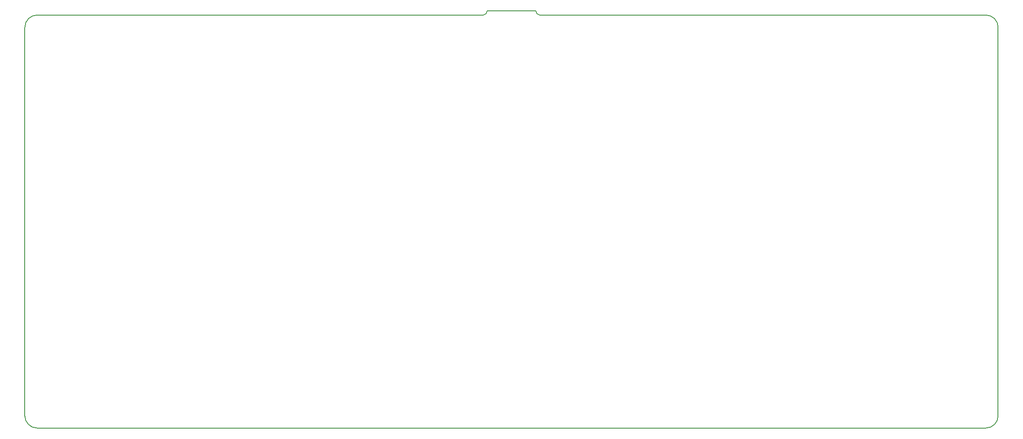
<source format=gbr>
%TF.GenerationSoftware,KiCad,Pcbnew,8.0.8*%
%TF.CreationDate,2025-05-03T21:31:01+02:00*%
%TF.ProjectId,pandemonium EC 2 Layer,70616e64-656d-46f6-9e69-756d20454320,rev?*%
%TF.SameCoordinates,Original*%
%TF.FileFunction,Profile,NP*%
%FSLAX46Y46*%
G04 Gerber Fmt 4.6, Leading zero omitted, Abs format (unit mm)*
G04 Created by KiCad (PCBNEW 8.0.8) date 2025-05-03 21:31:01*
%MOMM*%
%LPD*%
G01*
G04 APERTURE LIST*
%TA.AperFunction,Profile*%
%ADD10C,0.200000*%
%TD*%
G04 APERTURE END LIST*
D10*
X34131250Y-104775000D02*
G75*
G02*
X31750000Y-102393750I150J2381400D01*
G01*
X131762500Y-23218750D02*
X122237500Y-23218750D01*
X222250000Y-102393750D02*
G75*
G02*
X219868750Y-104775000I-2381400J150D01*
G01*
X121443750Y-24012500D02*
X34131250Y-24012500D01*
X132556250Y-24012500D02*
G75*
G02*
X131762500Y-23218750I-150J793600D01*
G01*
X122237500Y-23218750D02*
G75*
G02*
X121443750Y-24012500I-793800J50D01*
G01*
X31750000Y-26393750D02*
X31750000Y-102393750D01*
X219868825Y-24012425D02*
G75*
G02*
X222250075Y-26393675I-25J-2381275D01*
G01*
X219868825Y-24012425D02*
X132556250Y-24012500D01*
X31750000Y-26393750D02*
G75*
G02*
X34131250Y-24012500I2381330J-80D01*
G01*
X222250000Y-102393750D02*
X222250075Y-26393675D01*
X34131250Y-104775000D02*
X219868750Y-104775000D01*
M02*

</source>
